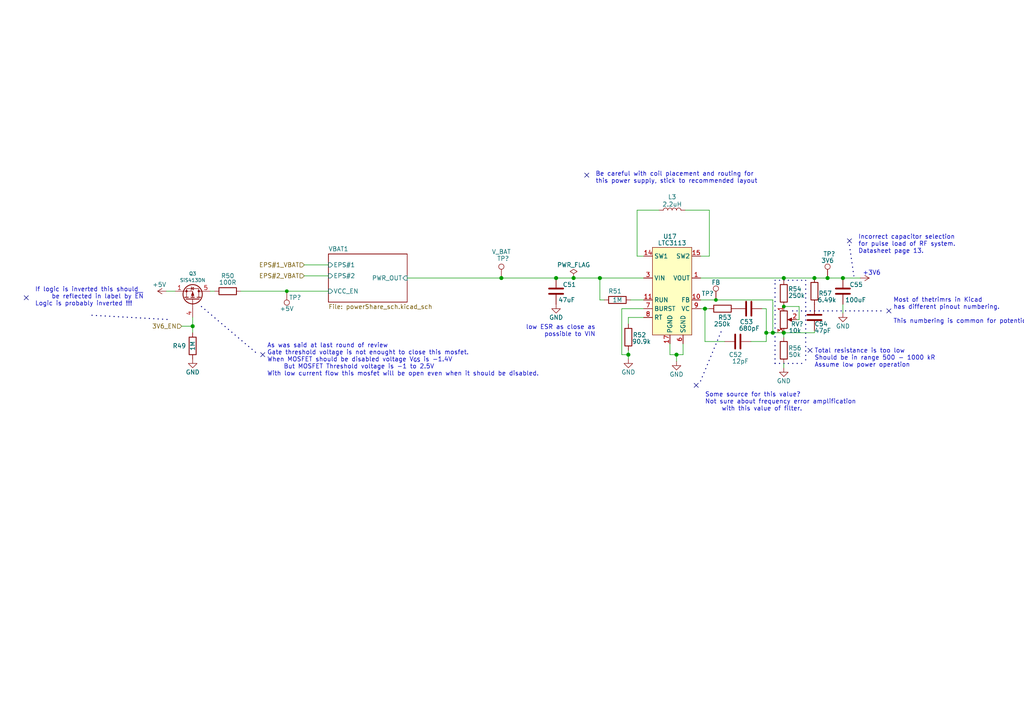
<source format=kicad_sch>
(kicad_sch (version 20211123) (generator eeschema)
  (paper "A4")
  (lib_symbols
    (symbol "Connector:TestPoint" (pin_numbers hide) (pin_names (offset 0.762) hide)
      (property "Reference" "TP" (at 0 6.858 0))
      (property "Value" "TestPoint" (at 0 5.08 0))
      (symbol "TestPoint_0_1"
        (circle (center 0 3.302) (radius 0.762))
      )
      (symbol "TestPoint_1_1"
        (pin passive line (at 0 0 90) (length 2.54) (name "1") (number "1"))
      )
    )
    (symbol "Device:C" (pin_numbers hide) (pin_names (offset 0.254))
      (property "Reference" "C" (at 0.635 2.54 0))
      (property "Value" "C" (at 0.635 -2.54 0))
      (symbol "C_0_1"
        (polyline (pts (xy -2.032 -0.762) (xy 2.032 -0.762)) (stroke (width 0.508)))
        (polyline (pts (xy -2.032 0.762) (xy 2.032 0.762)) (stroke (width 0.508)))
      )
      (symbol "C_1_1"
        (pin passive line (at 0 3.81 270) (length 2.794) (name "~") (number "1"))
        (pin passive line (at 0 -3.81 90) (length 2.794) (name "~") (number "2"))
      )
    )
    (symbol "Device:L" (pin_numbers hide) (pin_names (offset 1.016) hide)
      (property "Reference" "L" (at -1.27 0 90))
      (property "Value" "L" (at 1.905 0 90))
      (symbol "L_0_1"
        (arc (start 0 -2.54) (mid 0.635 -1.905) (end 0 -1.27))
        (arc (start 0 -1.27) (mid 0.635 -0.635) (end 0 0))
        (arc (start 0 0) (mid 0.635 0.635) (end 0 1.27))
        (arc (start 0 1.27) (mid 0.635 1.905) (end 0 2.54))
      )
      (symbol "L_1_1"
        (pin passive line (at 0 3.81 270) (length 1.27) (name "1") (number "1"))
        (pin passive line (at 0 -3.81 90) (length 1.27) (name "2") (number "2"))
      )
    )
    (symbol "Device:R" (pin_numbers hide) (pin_names (offset 0))
      (property "Reference" "R" (at 2.032 0 90))
      (property "Value" "R" (at 0 0 90))
      (symbol "R_0_1"
        (rectangle (start -1.016 -2.54) (end 1.016 2.54) (stroke (width 0.254)))
      )
      (symbol "R_1_1"
        (pin passive line (at 0 3.81 270) (length 1.27) (name "~") (number "1"))
        (pin passive line (at 0 -3.81 90) (length 1.27) (name "~") (number "2"))
      )
    )
    (symbol "Device:R_Potentiometer" (pin_names (offset 1.016) hide)
      (property "Reference" "RV" (at -4.445 0 90))
      (property "Value" "R_Potentiometer" (at -2.54 0 90))
      (symbol "R_Potentiometer_0_1"
        (polyline (pts (xy 2.54 0) (xy 1.524 0)))
        (polyline (pts (xy 1.143 0) (xy 2.286 0.508) (xy 2.286 -0.508) (xy 1.143 0)) (fill (type outline)))
        (rectangle (start 1.016 2.54) (end -1.016 -2.54) (stroke (width 0.254)))
      )
      (symbol "R_Potentiometer_1_1"
        (pin passive line (at 0 3.81 270) (length 1.27) (name "1") (number "1"))
        (pin passive line (at 3.81 0 180) (length 1.27) (name "2") (number "2"))
        (pin passive line (at 0 -3.81 90) (length 1.27) (name "3") (number "3"))
      )
    )
    (symbol "Transistor_FET:SiS443DN" (pin_names hide)
      (property "Reference" "Q" (at 5.08 1.905 0))
      (property "Value" "SiS443DN" (at 5.08 0 0))
      (symbol "SiS443DN_0_1"
        (polyline (pts (xy 0.254 0) (xy -2.54 0)))
        (polyline (pts (xy 0.254 1.905) (xy 0.254 -1.905)) (stroke (width 0.254)))
        (polyline (pts (xy 0.762 -1.27) (xy 0.762 -2.286)) (stroke (width 0.254)))
        (polyline (pts (xy 0.762 0.508) (xy 0.762 -0.508)) (stroke (width 0.254)))
        (polyline (pts (xy 0.762 2.286) (xy 0.762 1.27)) (stroke (width 0.254)))
        (polyline (pts (xy 2.54 2.54) (xy 2.54 1.778)))
        (polyline (pts (xy 2.54 -2.54) (xy 2.54 0) (xy 0.762 0)))
        (polyline (pts (xy 0.762 1.778) (xy 3.302 1.778) (xy 3.302 -1.778) (xy 0.762 -1.778)))
        (polyline (pts (xy 2.286 0) (xy 1.27 0.381) (xy 1.27 -0.381) (xy 2.286 0)) (fill (type outline)))
        (polyline (pts (xy 2.794 -0.508) (xy 2.921 -0.381) (xy 3.683 -0.381) (xy 3.81 -0.254)))
        (polyline (pts (xy 3.302 -0.381) (xy 2.921 0.254) (xy 3.683 0.254) (xy 3.302 -0.381)))
        (circle (center 1.651 0) (radius 2.794) (stroke (width 0.254)))
        (circle (center 2.54 -1.778) (radius 0.254) (fill (type outline)))
        (circle (center 2.54 1.778) (radius 0.254) (fill (type outline)))
      )
      (symbol "SiS443DN_1_1"
        (pin passive line (at 2.54 -5.08 90) (length 2.54) (name "S") (number "1"))
        (pin passive line (at 2.54 -5.08 90) (length 2.54) hide (name "S") (number "2"))
        (pin passive line (at 2.54 -5.08 90) (length 2.54) hide (name "S") (number "3"))
        (pin passive line (at -5.08 0 0) (length 2.54) (name "G") (number "4"))
        (pin passive line (at 2.54 5.08 270) (length 2.54) (name "D") (number "5"))
      )
    )
    (symbol "comm:LTC3113"
      (property "Reference" "U" (at 0 17.78 0))
      (property "Value" "LTC3113" (at 0 15.24 0))
      (symbol "LTC3113_0_1"
        (rectangle (start -5.08 11.43) (end 6.35 -13.97) (stroke (width 0.1524)) (fill (type background)))
      )
      (symbol "LTC3113_1_1"
        (pin power_out line (at 8.89 2.54 180) (length 2.54) (name "VOUT") (number "1"))
        (pin input line (at 8.89 -3.81 180) (length 2.54) (name "FB") (number "10"))
        (pin input line (at -7.62 -3.81 0) (length 2.54) (name "RUN") (number "11"))
        (pin input line (at -7.62 8.89 0) (length 2.54) hide (name "SW1") (number "12"))
        (pin input line (at -7.62 8.89 0) (length 2.54) hide (name "SW1") (number "13"))
        (pin input line (at -7.62 8.89 0) (length 2.54) (name "SW1") (number "14"))
        (pin input line (at 8.89 8.89 180) (length 2.54) (name "SW2") (number "15"))
        (pin input line (at 8.89 8.89 180) (length 2.54) hide (name "SW2") (number "16"))
        (pin power_in line (at 0 -16.51 90) (length 2.54) (name "PGND") (number "17"))
        (pin passive line (at 8.89 2.54 180) (length 2.54) hide (name "VOUT") (number "2"))
        (pin power_in line (at -7.62 2.54 0) (length 2.54) (name "VIN") (number "3"))
        (pin power_in line (at -7.62 2.54 0) (length 2.54) hide (name "VIN") (number "4"))
        (pin power_in line (at -7.62 2.54 0) (length 2.54) hide (name "VIN") (number "5"))
        (pin power_in line (at 3.81 -16.51 90) (length 2.54) (name "SGND") (number "6"))
        (pin input line (at -7.62 -6.35 0) (length 2.54) (name "BURST") (number "7"))
        (pin input line (at -7.62 -8.89 0) (length 2.54) (name "RT") (number "8"))
        (pin input line (at 8.89 -6.35 180) (length 2.54) (name "VC") (number "9"))
      )
    )
    (symbol "power:+3V8" (power) (pin_names (offset 0))
      (property "Value" "+3V8" (at 0 3.556 0))
      (symbol "+3V8_0_1"
        (polyline (pts (xy -0.762 1.27) (xy 0 2.54)))
        (polyline (pts (xy 0 0) (xy 0 2.54)))
        (polyline (pts (xy 0 2.54) (xy 0.762 1.27)))
      )
      (symbol "+3V8_1_1"
        (pin power_in line (at 0 0 90) (length 0) hide (name "+3V8") (number "1"))
      )
    )
    (symbol "power:+5V" (power) (pin_names (offset 0))
      (property "Value" "+5V" (at 0 3.556 0))
      (symbol "+5V_0_1"
        (polyline (pts (xy -0.762 1.27) (xy 0 2.54)))
        (polyline (pts (xy 0 0) (xy 0 2.54)))
        (polyline (pts (xy 0 2.54) (xy 0.762 1.27)))
      )
      (symbol "+5V_1_1"
        (pin power_in line (at 0 0 90) (length 0) hide (name "+5V") (number "1"))
      )
    )
    (symbol "power:GND" (power) (pin_names (offset 0))
      (property "Value" "GND" (at 0 -3.81 0))
      (symbol "GND_0_1"
        (polyline (pts (xy 0 0) (xy 0 -1.27) (xy 1.27 -1.27) (xy 0 -2.54) (xy -1.27 -1.27) (xy 0 -1.27)))
      )
      (symbol "GND_1_1"
        (pin power_in line (at 0 0 270) (length 0) hide (name "GND") (number "1"))
      )
    )
    (symbol "power:PWR_FLAG" (power) (pin_numbers hide) (pin_names (offset 0) hide)
      (property "Value" "PWR_FLAG" (at 0 3.81 0))
      (symbol "PWR_FLAG_0_0"
        (pin power_out line (at 0 0 90) (length 0) (name "pwr") (number "1"))
      )
      (symbol "PWR_FLAG_0_1"
        (polyline (pts (xy 0 0) (xy 0 1.27) (xy -1.016 1.905) (xy 0 2.54) (xy 1.016 1.905) (xy 0 1.27)))
      )
    )
  )
  (junction (at 224.155 96.52) (diameter 1.016))
  (junction (at 166.37 80.645) (diameter 1.016))
  (junction (at 173.99 80.645) (diameter 1.016))
  (junction (at 196.215 102.87) (diameter 1.016))
  (junction (at 244.475 80.645) (diameter 1.016))
  (junction (at 204.47 89.535) (diameter 1.016))
  (junction (at 145.415 80.645) (diameter 1.016))
  (junction (at 161.29 80.645) (diameter 1.016))
  (junction (at 240.03 80.645) (diameter 1.016))
  (junction (at 182.245 102.87) (diameter 1.016))
  (junction (at 83.185 84.455))
  (junction (at 207.645 86.995))
  (junction (at 236.22 80.645) (diameter 1.016))
  (junction (at 222.25 96.52) (diameter 1.016))
  (junction (at 227.33 96.52) (diameter 1.016))
  (junction (at 55.88 94.615) (diameter 1.016))
  (junction (at 227.33 80.645) (diameter 1.016))
  (junction (at 227.33 88.9))
  (no_connect (at 201.93 111.76))
  (no_connect (at 170.18 50.8))
  (no_connect (at 234.95 101.6))
  (no_connect (at 246.38 69.85))
  (no_connect (at 257.81 90.17))
  (no_connect (at 7.62 86.36))
  (no_connect (at 76.2 102.87))
  (wire (pts (xy 196.215 102.87) (xy 198.12 102.87)))
  (wire (pts (xy 95.25 76.835) (xy 88.265 76.835)))
  (bus (pts (xy 246.38 71.12) (xy 247.65 80.01)) (stroke (width 0) (type dot)))
  (wire (pts (xy 227.33 96.52) (xy 227.33 97.79)))
  (wire (pts (xy 203.2 89.535) (xy 204.47 89.535)))
  (wire (pts (xy 182.245 102.87) (xy 182.245 104.14)))
  (wire (pts (xy 227.33 96.52) (xy 236.22 96.52)))
  (bus (pts (xy 58.42 88.9) (xy 74.93 102.87)) (stroke (width 0) (type dot)))
  (wire (pts (xy 161.29 80.645) (xy 166.37 80.645)))
  (wire (pts (xy 207.645 86.995) (xy 224.155 86.995)))
  (wire (pts (xy 244.475 80.645) (xy 249.555 80.645)))
  (wire (pts (xy 186.69 89.535) (xy 180.34 89.535)))
  (wire (pts (xy 88.265 80.01) (xy 95.25 80.01)))
  (wire (pts (xy 198.12 99.695) (xy 198.12 102.87)))
  (wire (pts (xy 182.88 86.995) (xy 186.69 86.995)))
  (wire (pts (xy 222.25 96.52) (xy 224.155 96.52)))
  (wire (pts (xy 210.185 99.06) (xy 204.47 99.06)))
  (bus (pts (xy 224.79 105.41) (xy 224.79 81.28)) (stroke (width 0) (type dot)))
  (bus (pts (xy 224.79 105.41) (xy 233.68 105.41)) (stroke (width 0) (type dot)))
  (wire (pts (xy 203.2 74.295) (xy 205.74 74.295)))
  (wire (pts (xy 50.8 84.455) (xy 48.26 84.455)))
  (wire (pts (xy 55.88 94.615) (xy 52.705 94.615)))
  (wire (pts (xy 224.155 96.52) (xy 227.33 96.52)))
  (wire (pts (xy 205.74 60.96) (xy 198.755 60.96)))
  (wire (pts (xy 204.47 89.535) (xy 205.74 89.535)))
  (wire (pts (xy 204.47 89.535) (xy 204.47 99.06)))
  (wire (pts (xy 231.775 92.71) (xy 231.775 88.9)))
  (wire (pts (xy 62.23 84.455) (xy 60.96 84.455)))
  (wire (pts (xy 227.33 80.645) (xy 236.22 80.645)))
  (bus (pts (xy 233.68 81.28) (xy 233.68 105.41)) (stroke (width 0) (type dot)))
  (wire (pts (xy 182.245 93.98) (xy 182.245 92.075)))
  (wire (pts (xy 182.245 101.6) (xy 182.245 102.87)))
  (bus (pts (xy 224.79 81.28) (xy 233.68 81.28)) (stroke (width 0) (type dot)))
  (wire (pts (xy 227.33 80.645) (xy 227.33 81.28)))
  (wire (pts (xy 180.34 89.535) (xy 180.34 102.87)))
  (wire (pts (xy 205.74 60.96) (xy 205.74 74.295)))
  (wire (pts (xy 173.99 80.645) (xy 186.69 80.645)))
  (wire (pts (xy 236.22 96.52) (xy 236.22 95.885)))
  (wire (pts (xy 194.31 102.87) (xy 196.215 102.87)))
  (wire (pts (xy 175.26 86.995) (xy 173.99 86.995)))
  (wire (pts (xy 184.785 60.96) (xy 184.785 74.295)))
  (wire (pts (xy 231.14 92.71) (xy 231.775 92.71)))
  (wire (pts (xy 182.245 92.075) (xy 186.69 92.075)))
  (wire (pts (xy 118.11 80.645) (xy 145.415 80.645)))
  (wire (pts (xy 145.415 80.645) (xy 161.29 80.645)))
  (bus (pts (xy 229.87 90.17) (xy 256.54 90.17)) (stroke (width 0) (type dot)))
  (wire (pts (xy 69.85 84.455) (xy 83.185 84.455)))
  (wire (pts (xy 203.2 86.995) (xy 207.645 86.995)))
  (wire (pts (xy 180.34 102.87) (xy 182.245 102.87)))
  (wire (pts (xy 227.33 105.41) (xy 227.33 106.68)))
  (wire (pts (xy 55.88 94.615) (xy 55.88 96.52)))
  (wire (pts (xy 194.31 99.695) (xy 194.31 102.87)))
  (wire (pts (xy 227.33 88.9) (xy 231.775 88.9)))
  (wire (pts (xy 222.25 89.535) (xy 222.25 96.52)))
  (wire (pts (xy 224.155 86.995) (xy 224.155 96.52)))
  (wire (pts (xy 166.37 80.645) (xy 173.99 80.645)))
  (bus (pts (xy 26.67 91.44) (xy 49.53 92.71)) (stroke (width 0) (type dot)))
  (wire (pts (xy 83.185 84.455) (xy 95.25 84.455)))
  (wire (pts (xy 186.69 74.295) (xy 184.785 74.295)))
  (wire (pts (xy 244.475 88.265) (xy 244.475 90.805)))
  (wire (pts (xy 203.2 80.645) (xy 227.33 80.645)))
  (bus (pts (xy 203.2 110.49) (xy 209.55 95.25)) (stroke (width 0) (type dot)))
  (wire (pts (xy 222.25 96.52) (xy 222.25 99.06)))
  (wire (pts (xy 236.22 80.645) (xy 240.03 80.645)))
  (wire (pts (xy 240.03 80.645) (xy 244.475 80.645)))
  (wire (pts (xy 55.88 92.075) (xy 55.88 94.615)))
  (wire (pts (xy 196.215 102.87) (xy 196.215 104.775)))
  (wire (pts (xy 184.785 60.96) (xy 191.135 60.96)))
  (wire (pts (xy 220.98 89.535) (xy 222.25 89.535)))
  (wire (pts (xy 217.805 99.06) (xy 222.25 99.06)))
  (wire (pts (xy 173.99 80.645) (xy 173.99 86.995)))
  (text "Be careful with coil placement and routing for\nthis power supply, stick to recommended layout" (at 172.72 53.34 0) (effects (font (size 1.27 1.27)) (justify left bottom)))
  (text "+3V6" (at 250.19 80.01 0) (effects (font (size 1.27 1.27)) (justify left bottom)))
  (text "Some source for this value?\nNot sure about frequency error amplification\n	with this value of filter." (at 204.47 119.38 0) (effects (font (size 1.27 1.27)) (justify left bottom)))
  (text "Total resistance is too low\nShould be in range 500 - 1000 kR\nAssume low power operation" (at 236.22 106.68 0) (effects (font (size 1.27 1.27)) (justify left bottom)))
  (text "Most of thetrimrs in Kicad\nhas different pinout numbering.\n\nThis numbering is common for potentiometer." (at 259.08 93.98 0) (effects (font (size 1.27 1.27)) (justify left bottom)))
  (text "If logic is inverted this should \n	be reflected in label by ~{EN}\nLogic is probably inverted !!!" (at 10.16 88.9 0) (effects (font (size 1.27 1.27)) (justify left bottom)))
  (text "As was said at last round of review\nGate threshold voltage is not enought to close this mosfet.\nWhen MOSFET should be disabled voltage V_{GS} is -1.4V\n	But MOSFET Threshold voltage is -1 to 2.5V\nWith low current flow this mosfet will be open even when it should be disabled." (at 77.47 109.22 0) (effects (font (size 1.27 1.27)) (justify left bottom)))
  (text "Incorrect capacitor selection\nfor pulse load of RF system.\nDatasheet page 13." (at 248.92 73.66 0) (effects (font (size 1.27 1.27)) (justify left bottom)))
  (text "low ESR as close as\npossible to VIN\n" (at 172.72 97.79 180) (effects (font (size 1.27 1.27)) (justify right bottom)))
  (hierarchical_label "3V6_EN" (shape input) (at 52.705 94.615 180))
  (hierarchical_label "EPS#1_VBAT" (shape input) (at 88.265 76.835 180))
  (hierarchical_label "EPS#2_VBAT" (shape input) (at 88.265 80.01 180))
  (symbol (lib_id "Device:R_Potentiometer") (at 227.33 92.71 0) (unit 1)
    (property "Reference" "RV?" (at 233.045 93.98 0) (effects (justify right)))
    (property "Value" "10k" (at 232.41 95.885 0) (effects (justify right)))
  )
  (symbol (lib_id "Device:C") (at 161.29 84.455 0) (unit 1)
    (property "Reference" "C51" (at 163.195 82.5499 0) (effects (justify left)))
    (property "Value" "47uF" (at 161.925 86.995 0) (effects (justify left)))
    (property "Footprint" "Capacitor_SMD:C_0603_1608Metric" (effects hide))
  )
  (symbol (lib_id "power:GND") (at 227.33 106.68 0) (unit 1)
    (property "Reference" "#PWR0166" (effects hide))
    (property "Value" "GND" (at 227.33 110.49 0))
  )
  (symbol (lib_id "Device:R") (at 227.33 101.6 0) (unit 1)
    (property "Reference" "R56" (at 228.6 100.9649 0) (effects (justify left)))
    (property "Value" "50k" (at 230.505 102.87 0))
    (property "Footprint" "Inductor_SMD:L_0603_1608Metric" (effects hide))
  )
  (symbol (lib_id "Device:R") (at 236.22 84.455 180) (unit 1)
    (property "Reference" "R57" (at 241.2999 85.09 0) (effects (justify left)))
    (property "Value" "6.49k" (at 242.5699 86.995 0) (effects (justify left)))
    (property "Footprint" "Inductor_SMD:L_0603_1608Metric" (effects hide))
  )
  (symbol (lib_id "Device:R") (at 227.33 85.09 0) (unit 1)
    (property "Reference" "R54" (at 228.6 83.8199 0) (effects (justify left)))
    (property "Value" "250k" (at 228.6 85.7249 0) (effects (justify left)))
    (property "Footprint" "Inductor_SMD:L_0603_1608Metric" (effects hide))
  )
  (symbol (lib_id "Connector:TestPoint") (at 145.415 80.645 0) (unit 1)
    (property "Reference" "TP?" (at 144.145 74.9934 0) (effects (justify left)))
    (property "Value" "V_BAT" (at 145.415 73.025 0))
  )
  (symbol (lib_id "power:PWR_FLAG") (at 166.37 80.645 0) (unit 1)
    (property "Reference" "#FLG0106" (effects hide))
    (property "Value" "PWR_FLAG" (at 166.37 76.835 0))
  )
  (symbol (lib_id "Device:R") (at 209.55 89.535 270) (unit 1)
    (property "Reference" "R53" (at 208.28 92.0751 90) (effects (justify left)))
    (property "Value" "250k" (at 207.01 93.9801 90) (effects (justify left)))
    (property "Footprint" "Inductor_SMD:L_0603_1608Metric" (effects hide))
  )
  (symbol (lib_id "Device:L") (at 194.945 60.96 90) (unit 1)
    (property "Reference" "L3" (at 194.945 57.1204 90))
    (property "Value" "2.2uH" (at 194.945 59.2605 90))
    (property "Footprint" "Inductor_SMD:L_0603_1608Metric" (effects hide))
  )
  (symbol (lib_id "power:+5V") (at 48.26 84.455 90) (mirror x) (unit 1)
    (property "Reference" "#PWR0163" (effects hide))
    (property "Value" "+5V" (at 48.26 82.5499 90) (effects (justify left)))
  )
  (symbol (lib_id "power:GND") (at 161.29 88.265 0) (unit 1)
    (property "Reference" "#PWR0165" (effects hide))
    (property "Value" "GND" (at 161.29 92.075 0))
  )
  (symbol (lib_id "power:GND") (at 244.475 90.805 0) (unit 1)
    (property "Reference" "#PWR0173" (effects hide))
    (property "Value" "GND" (at 244.475 94.615 0))
  )
  (symbol (lib_id "Device:C") (at 217.17 89.535 90) (unit 1)
    (property "Reference" "C53" (at 218.4399 93.345 90) (effects (justify left)))
    (property "Value" "680pF" (at 220.345 95.25 90) (effects (justify left)))
    (property "Footprint" "Capacitor_SMD:C_0603_1608Metric" (effects hide))
  )
  (symbol (lib_id "Device:R") (at 66.04 84.455 270) (mirror x) (unit 1)
    (property "Reference" "R50" (at 66.04 80.01 90))
    (property "Value" "100R" (at 66.04 81.915 90))
    (property "Footprint" "Inductor_SMD:L_0603_1608Metric" (effects hide))
  )
  (symbol (lib_id "Connector:TestPoint") (at 207.645 86.995 0) (unit 1)
    (property "Reference" "TP?" (at 207.01 85.1536 0) (effects (justify right)))
    (property "Value" "FB" (at 207.645 81.915 0))
  )
  (symbol (lib_id "Device:C") (at 244.475 84.455 0) (unit 1)
    (property "Reference" "C55" (at 246.38 82.5499 0) (effects (justify left)))
    (property "Value" "100uF" (at 245.11 86.995 0) (effects (justify left)))
    (property "Footprint" "Capacitor_SMD:C_0603_1608Metric" (effects hide))
  )
  (symbol (lib_id "power:+3V8") (at 249.555 80.645 270) (unit 1)
    (property "Reference" "#PWR0192" (effects hide))
    (property "Value" "+3V8" (effects hide))
  )
  (symbol (lib_id "Device:C") (at 236.22 92.075 0) (unit 1)
    (property "Reference" "C54" (at 236.22 93.9799 0) (effects (justify left)))
    (property "Value" "47pF" (at 236.22 95.885 0) (effects (justify left)))
    (property "Footprint" "Capacitor_SMD:C_0603_1608Metric" (effects hide))
  )
  (symbol (lib_id "power:GND") (at 182.245 104.14 0) (unit 1)
    (property "Reference" "#PWR0162" (effects hide))
    (property "Value" "GND" (at 182.245 107.95 0))
  )
  (symbol (lib_id "Connector:TestPoint") (at 240.03 80.645 0) (unit 1)
    (property "Reference" "TP?" (at 238.76 73.66 0) (effects (justify left)))
    (property "Value" "3V6" (at 240.03 75.565 0))
  )
  (symbol (lib_id "Connector:TestPoint") (at 83.185 84.455 180) (unit 1)
    (property "Reference" "TP?" (at 83.82 86.2964 0) (effects (justify right)))
    (property "Value" "+5V" (at 83.185 89.535 0))
  )
  (symbol (lib_id "comm:LTC3113") (at 194.31 83.185 0) (unit 1)
    (property "Reference" "U17" (at 194.31 68.58 0))
    (property "Value" "LTC3113" (at 194.945 70.485 0))
    (property "Footprint" "Package_DFN_QFN:DFN-16-1EP_4x5mm_P0.5mm_EP2.44x4.34mm" (effects hide))
  )
  (symbol (lib_id "Transistor_FET:SiS443DN") (at 55.88 86.995 270) (mirror x) (unit 1)
    (property "Reference" "Q3" (at 55.88 79.375 90) (effects (font (size 1 1))))
    (property "Value" "SiS413DN" (at 55.88 81.28 90) (effects (font (size 1 1))))
    (property "Footprint" "Package_SO:Vishay_PowerPAK_1212-8_Single" (effects hide))
    (property "Datasheet" "https://cz.mouser.com/datasheet/2/427/VISH_S_A0001113287_1-2567075.pdf" (effects hide))
  )
  (symbol (lib_id "power:GND") (at 196.215 104.775 0) (unit 1)
    (property "Reference" "#PWR0161" (effects hide))
    (property "Value" "GND" (at 196.215 108.585 0))
  )
  (symbol (lib_id "Device:R") (at 55.88 100.33 0) (mirror y) (unit 1)
    (property "Reference" "R49" (at 53.975 100.3299 0) (effects (justify left)))
    (property "Value" "1M" (at 55.88 100.33 90))
    (property "Footprint" "Inductor_SMD:L_0603_1608Metric" (effects hide))
  )
  (symbol (lib_id "power:GND") (at 55.88 104.14 0) (unit 1)
    (property "Reference" "#PWR0164" (effects hide))
    (property "Value" "GND" (at 55.88 107.95 0))
  )
  (symbol (lib_id "Device:R") (at 179.07 86.995 90) (unit 1)
    (property "Reference" "R51" (at 180.3399 84.455 90) (effects (justify left)))
    (property "Value" "1M" (at 179.07 86.995 90))
    (property "Footprint" "Inductor_SMD:L_0603_1608Metric" (effects hide))
  )
  (symbol (lib_id "Device:C") (at 213.995 99.06 90) (unit 1)
    (property "Reference" "C52" (at 215.2649 102.87 90) (effects (justify left)))
    (property "Value" "12pF" (at 217.17 104.775 90) (effects (justify left)))
    (property "Footprint" "Capacitor_SMD:C_0603_1608Metric" (effects hide))
  )
  (symbol (lib_id "Device:R") (at 182.245 97.79 0) (unit 1)
    (property "Reference" "R52" (at 183.515 97.1549 0) (effects (justify left)))
    (property "Value" "90.9k" (at 186.055 99.06 0))
    (property "Footprint" "Inductor_SMD:L_0603_1608Metric" (effects hide))
  )
  (sheet (at 95.25 73.66) (size 22.86 13.97) (stroke (width 0.1524))
    (property "Sheet name" "VBAT1" (at 95.25 72.9484 0) (effects (justify left bottom)))
    (property "Sheet file" "powerShare_sch.kicad_sch" (at 95.25 88.2146 0) (effects (justify left top)))
    (pin "PWR_OUT" input (at 118.11 80.645 0))
    (pin "EPS#1" input (at 95.25 76.835 180))
    (pin "EPS#2" input (at 95.25 80.01 180))
    (pin "VCC_EN" input (at 95.25 84.455 180))
  )
)
</source>
